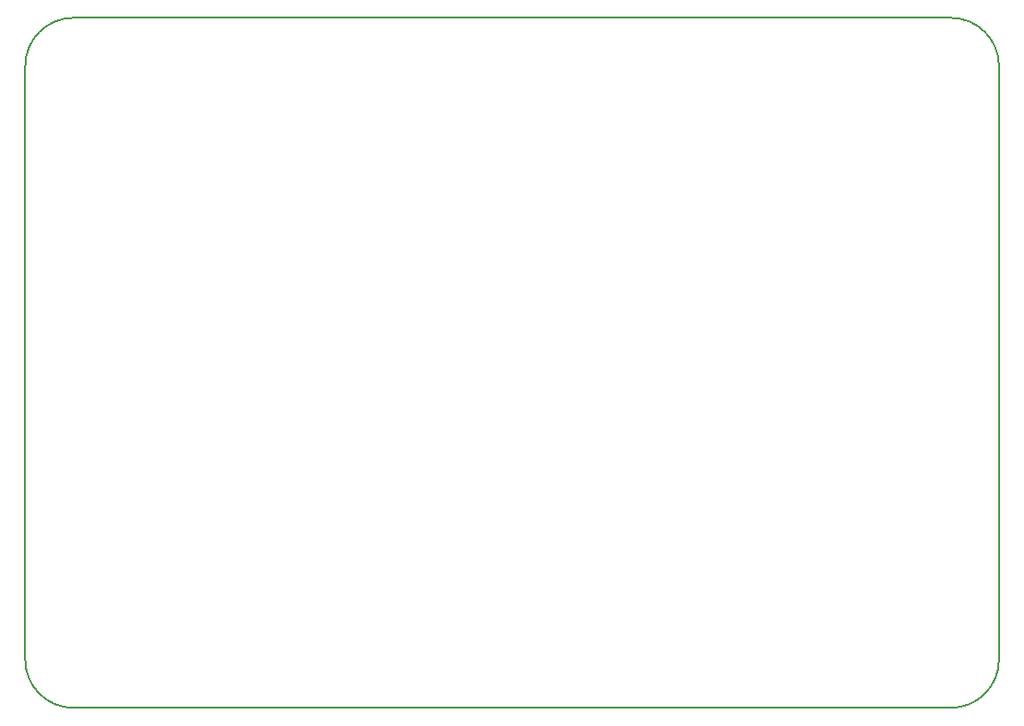
<source format=gbr>
G04 #@! TF.GenerationSoftware,KiCad,Pcbnew,(2017-02-04 revision 9a6e5734b)-master*
G04 #@! TF.CreationDate,2017-03-24T17:35:15+01:00*
G04 #@! TF.ProjectId,mega-prog,6D6567612D70726F672E6B696361645F,Proto 1*
G04 #@! TF.FileFunction,Profile,NP*
%FSLAX46Y46*%
G04 Gerber Fmt 4.6, Leading zero omitted, Abs format (unit mm)*
G04 Created by KiCad (PCBNEW (2017-02-04 revision 9a6e5734b)-master) date Fri Mar 24 17:35:15 2017*
%MOMM*%
%LPD*%
G01*
G04 APERTURE LIST*
%ADD10C,0.100000*%
%ADD11C,0.150000*%
G04 APERTURE END LIST*
D10*
D11*
X102235000Y-123825000D02*
G75*
G03X106680000Y-128270000I4445000J0D01*
G01*
X187325000Y-128270000D02*
G75*
G03X191770000Y-123825000I0J4445000D01*
G01*
X191770000Y-69215000D02*
G75*
G03X187325000Y-64770000I-4445000J0D01*
G01*
X106680000Y-64770000D02*
G75*
G03X102235000Y-69215000I0J-4445000D01*
G01*
X187325000Y-128270000D02*
X106680000Y-128270000D01*
X191770000Y-69215000D02*
X191770000Y-123825000D01*
X106680000Y-64770000D02*
X187325000Y-64770000D01*
X102235000Y-123825000D02*
X102235000Y-69215000D01*
M02*

</source>
